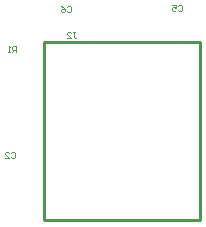
<source format=gbo>
%FSLAX24Y24*%
%MOIN*%
G70*
G01*
G75*
G04 Layer_Color=32896*
%ADD10R,0.0433X0.0394*%
%ADD11R,0.0394X0.0433*%
%ADD12R,0.0827X0.0827*%
%ADD13O,0.0157X0.0094*%
%ADD14O,0.0094X0.0157*%
%ADD15C,0.0100*%
%ADD16C,0.1969*%
%ADD17C,0.0591*%
%ADD18C,0.0394*%
%ADD19C,0.0240*%
%ADD20R,0.0299X0.2835*%
%ADD21C,0.0098*%
%ADD22C,0.0005*%
%ADD23C,0.0020*%
%ADD24C,0.0060*%
%ADD25R,0.0513X0.0474*%
%ADD26R,0.0474X0.0513*%
%ADD27R,0.0907X0.0907*%
%ADD28O,0.0237X0.0174*%
%ADD29O,0.0174X0.0237*%
%ADD30C,0.2049*%
%ADD31C,0.0671*%
%ADD32C,0.0474*%
%ADD33C,0.0080*%
%ADD34C,0.0320*%
%ADD35R,0.0379X0.2915*%
D15*
X6567Y-179D02*
Y5758D01*
X1366Y-179D02*
Y5758D01*
X6567D01*
X1366Y-179D02*
X6567D01*
D23*
X263Y2054D02*
X295Y2087D01*
X361D01*
X394Y2054D01*
Y1923D01*
X361Y1890D01*
X295D01*
X263Y1923D01*
X66Y1890D02*
X197D01*
X66Y2021D01*
Y2054D01*
X99Y2087D01*
X164D01*
X197Y2054D01*
X5833Y6955D02*
X5866Y6988D01*
X5932D01*
X5965Y6955D01*
Y6824D01*
X5932Y6791D01*
X5866D01*
X5833Y6824D01*
X5637Y6988D02*
X5768D01*
Y6890D01*
X5702Y6923D01*
X5669D01*
X5637Y6890D01*
Y6824D01*
X5669Y6791D01*
X5735D01*
X5768Y6824D01*
X2133Y6936D02*
X2165Y6968D01*
X2231D01*
X2264Y6936D01*
Y6804D01*
X2231Y6772D01*
X2165D01*
X2133Y6804D01*
X1936Y6968D02*
X2001Y6936D01*
X2067Y6870D01*
Y6804D01*
X2034Y6772D01*
X1969D01*
X1936Y6804D01*
Y6837D01*
X1969Y6870D01*
X2067D01*
X433Y5413D02*
Y5610D01*
X335D01*
X302Y5577D01*
Y5512D01*
X335Y5479D01*
X433D01*
X367D02*
X302Y5413D01*
X236D02*
X171D01*
X203D01*
Y5610D01*
X236Y5577D01*
X2329Y6083D02*
X2395D01*
X2362D01*
Y5919D01*
X2395Y5886D01*
X2428D01*
X2461Y5919D01*
X2133Y5886D02*
X2264D01*
X2133Y6017D01*
Y6050D01*
X2165Y6083D01*
X2231D01*
X2264Y6050D01*
M02*

</source>
